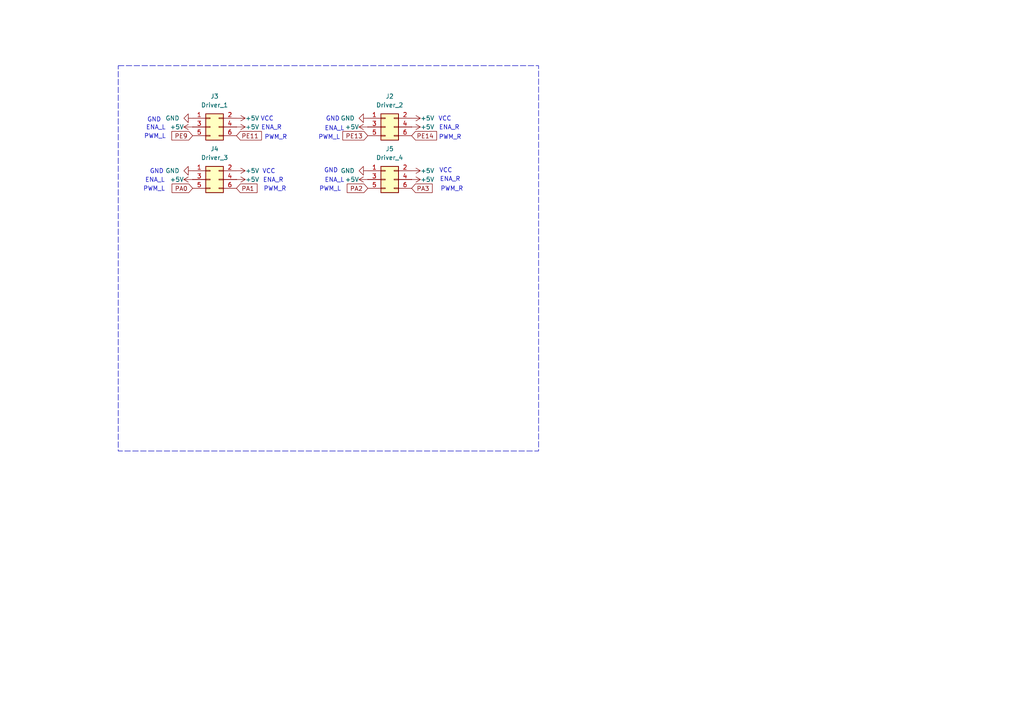
<source format=kicad_sch>
(kicad_sch (version 20231120) (generator "eeschema") (generator_version "8.0")
  (paper "A4")
  (lib_symbols
    (symbol "Connector_Generic:Conn_02x03_Odd_Even" (pin_names (offset 1.016) hide)
      (property "Reference" "J" (at 1.27 5.08 0))
      (property "Value" "Conn_02x03_Odd_Even" (at 1.27 -5.08 0))
      (symbol "Conn_02x03_Odd_Even_1_1"
        (rectangle (start -1.27 -2.413) (end 0 -2.667) (stroke (width 0.1524)))
        (rectangle (start -1.27 0.127) (end 0 -0.127) (stroke (width 0.1524)))
        (rectangle (start -1.27 2.667) (end 0 2.413) (stroke (width 0.1524)))
        (rectangle (start -1.27 3.81) (end 3.81 -3.81) (stroke (width 0.254)) (fill (type background)))
        (rectangle (start 3.81 -2.413) (end 2.54 -2.667) (stroke (width 0.1524)))
        (rectangle (start 3.81 0.127) (end 2.54 -0.127) (stroke (width 0.1524)))
        (rectangle (start 3.81 2.667) (end 2.54 2.413) (stroke (width 0.1524)))
        (pin passive line (at -5.08 2.54 0) (length 3.81) (name "Pin_1") (number "1"))
        (pin passive line (at 7.62 2.54 180) (length 3.81) (name "Pin_2") (number "2"))
        (pin passive line (at -5.08 0 0) (length 3.81) (name "Pin_3") (number "3"))
        (pin passive line (at 7.62 0 180) (length 3.81) (name "Pin_4") (number "4"))
        (pin passive line (at -5.08 -2.54 0) (length 3.81) (name "Pin_5") (number "5"))
        (pin passive line (at 7.62 -2.54 180) (length 3.81) (name "Pin_6") (number "6"))
      )
    )
    (symbol "power:+5V" (power) (pin_numbers hide) (pin_names (offset 0) hide)
      (property "Value" "+5V" (at 0 3.556 0))
      (symbol "+5V_0_1"
        (polyline (pts (xy -0.762 1.27) (xy 0 2.54)))
        (polyline (pts (xy 0 0) (xy 0 2.54)))
        (polyline (pts (xy 0 2.54) (xy 0.762 1.27)))
      )
      (symbol "+5V_1_1"
        (pin power_in line (at 0 0 90) (length 0) (name "~") (number "1"))
      )
    )
    (symbol "power:GND" (power) (pin_numbers hide) (pin_names (offset 0) hide)
      (property "Value" "GND" (at 0 -3.81 0))
      (symbol "GND_0_1"
        (polyline (pts (xy 0 0) (xy 0 -1.27) (xy 1.27 -1.27) (xy 0 -2.54) (xy -1.27 -1.27) (xy 0 -1.27)))
      )
      (symbol "GND_1_1"
        (pin power_in line (at 0 0 270) (length 0) (name "~") (number "1"))
      )
    )
  )
  (rectangle (start 34.29 19.05) (end 156.21 130.81) (stroke (width 0) (type dash)))
  (text "ENA_L\n" (at 44.958 52.324 0) (effects (font (size 1.27 1.27))))
  (text "GND" (at 44.704 34.798 0) (effects (font (size 1.27 1.27))))
  (text "PWM_L" (at 44.704 54.864 0) (effects (font (size 1.27 1.27))))
  (text "ENA_L\n" (at 45.212 37.084 0) (effects (font (size 1.27 1.27))))
  (text "ENA_R\n" (at 130.556 52.07 0) (effects (font (size 1.27 1.27))))
  (text "GND" (at 45.466 49.784 0) (effects (font (size 1.27 1.27))))
  (text "ENA_R\n" (at 79.248 52.324 0) (effects (font (size 1.27 1.27))))
  (text "ENA_L\n" (at 97.028 37.338 0) (effects (font (size 1.27 1.27))))
  (text "PWM_L" (at 44.958 39.624 0) (effects (font (size 1.27 1.27))))
  (text "VCC\n" (at 77.978 49.784 0) (effects (font (size 1.27 1.27))))
  (text "GND" (at 96.52 34.544 0) (effects (font (size 1.27 1.27))))
  (text "GND" (at 96.012 49.53 0) (effects (font (size 1.27 1.27))))
  (text "VCC\n" (at 129.032 34.544 0) (effects (font (size 1.27 1.27))))
  (text "PWM_L" (at 95.504 39.878 0) (effects (font (size 1.27 1.27))))
  (text "PWM_L" (at 95.758 54.864 0) (effects (font (size 1.27 1.27))))
  (text "PWM_R" (at 130.556 39.878 0) (effects (font (size 1.27 1.27))))
  (text "ENA_R\n" (at 78.74 37.084 0) (effects (font (size 1.27 1.27))))
  (text "ENA_L\n" (at 97.028 52.324 0) (effects (font (size 1.27 1.27))))
  (text "PWM_R" (at 79.756 54.864 0) (effects (font (size 1.27 1.27))))
  (text "VCC\n" (at 129.286 49.53 0) (effects (font (size 1.27 1.27))))
  (text "ENA_R\n" (at 130.302 37.084 0) (effects (font (size 1.27 1.27))))
  (text "PWM_R" (at 80.01 39.878 0) (effects (font (size 1.27 1.27))))
  (text "VCC\n" (at 77.47 34.544 0) (effects (font (size 1.27 1.27))))
  (text "PWM_R" (at 131.064 54.864 0) (effects (font (size 1.27 1.27))))
  (global_label "PA2" (shape input) (at 106.68 54.61 180) (property "Intersheetrefs" "${INTERSHEET_REFS}" (effects (hide yes))))
  (global_label "PA0" (shape input) (at 55.88 54.61 180) (property "Intersheetrefs" "${INTERSHEET_REFS}" (effects (hide yes))))
  (global_label "PA1" (shape input) (at 68.58 54.61 0) (property "Intersheetrefs" "${INTERSHEET_REFS}" (effects (hide yes))))
  (global_label "PE9" (shape input) (at 55.88 39.37 180) (property "Intersheetrefs" "${INTERSHEET_REFS}" (effects (hide yes))))
  (global_label "PA3" (shape input) (at 119.38 54.61 0) (property "Intersheetrefs" "${INTERSHEET_REFS}" (effects (hide yes))))
  (global_label "PE11" (shape input) (at 68.58 39.37 0) (property "Intersheetrefs" "${INTERSHEET_REFS}" (effects (hide yes))))
  (global_label "PE13" (shape input) (at 106.68 39.37 180) (property "Intersheetrefs" "${INTERSHEET_REFS}" (effects (hide yes))))
  (global_label "PE14" (shape input) (at 119.38 39.37 0) (property "Intersheetrefs" "${INTERSHEET_REFS}" (effects (hide yes))))
  (symbol (lib_id "power:GND") (at 106.68 34.29 270) (unit 1)
    (property "Reference" "#PWR053" (effects (hide yes)))
    (property "Value" "GND" (at 102.87 34.2899 90) (effects (justify right)))
    (property "Description" "Power symbol creates a global label with name \"GND\" , ground" (effects (hide yes)))
  )
  (symbol (lib_id "power:+5V") (at 68.58 52.07 270) (unit 1)
    (property "Reference" "#PWR046" (effects (hide yes)))
    (property "Value" "+5V" (at 71.12 52.07 90) (effects (justify left)))
    (property "Description" "Power symbol creates a global label with name \"+5V\"" (effects (hide yes)))
  )
  (symbol (lib_id "power:+5V") (at 119.38 34.29 270) (unit 1)
    (property "Reference" "#PWR041" (effects (hide yes)))
    (property "Value" "+5V" (at 121.92 34.29 90) (effects (justify left)))
    (property "Description" "Power symbol creates a global label with name \"+5V\"" (effects (hide yes)))
  )
  (symbol (lib_id "power:+5V") (at 106.68 52.07 90) (unit 1)
    (property "Reference" "#PWR050" (effects (hide yes)))
    (property "Value" "+5V" (at 104.14 52.07 90) (effects (justify left)))
    (property "Description" "Power symbol creates a global label with name \"+5V\"" (effects (hide yes)))
  )
  (symbol (lib_id "Connector_Generic:Conn_02x03_Odd_Even") (at 111.76 52.07 0) (unit 1)
    (property "Reference" "J5" (at 113.03 43.18 0))
    (property "Value" "Driver_4" (at 113.03 45.72 0))
    (property "Footprint" "Connector_Molex:Molex_Micro-Fit_3.0_43045-0600_2x03_P3.00mm_Horizontal" (effects (hide yes)))
    (property "Description" "Generic connector, double row, 02x03, odd/even pin numbering scheme (row 1 odd numbers, row 2 even numbers), script generated (kicad-library-utils/schlib/autogen/connector/)" (effects (hide yes)))
  )
  (symbol (lib_id "power:+5V") (at 68.58 36.83 270) (unit 1)
    (property "Reference" "#PWR040" (effects (hide yes)))
    (property "Value" "+5V" (at 71.12 36.83 90) (effects (justify left)))
    (property "Description" "Power symbol creates a global label with name \"+5V\"" (effects (hide yes)))
  )
  (symbol (lib_id "power:+5V") (at 119.38 49.53 270) (unit 1)
    (property "Reference" "#PWR043" (effects (hide yes)))
    (property "Value" "+5V" (at 121.92 49.53 90) (effects (justify left)))
    (property "Description" "Power symbol creates a global label with name \"+5V\"" (effects (hide yes)))
  )
  (symbol (lib_id "power:+5V") (at 68.58 34.29 270) (unit 1)
    (property "Reference" "#PWR039" (effects (hide yes)))
    (property "Value" "+5V" (at 71.12 34.29 90) (effects (justify left)))
    (property "Description" "Power symbol creates a global label with name \"+5V\"" (effects (hide yes)))
  )
  (symbol (lib_id "Connector_Generic:Conn_02x03_Odd_Even") (at 60.96 52.07 0) (unit 1)
    (property "Reference" "J4" (at 62.23 43.18 0))
    (property "Value" "Driver_3" (at 62.23 45.72 0))
    (property "Footprint" "Connector_Molex:Molex_Micro-Fit_3.0_43045-0600_2x03_P3.00mm_Horizontal" (effects (hide yes)))
    (property "Description" "Generic connector, double row, 02x03, odd/even pin numbering scheme (row 1 odd numbers, row 2 even numbers), script generated (kicad-library-utils/schlib/autogen/connector/)" (effects (hide yes)))
  )
  (symbol (lib_id "power:+5V") (at 55.88 36.83 90) (unit 1)
    (property "Reference" "#PWR048" (effects (hide yes)))
    (property "Value" "+5V" (at 53.34 36.83 90) (effects (justify left)))
    (property "Description" "Power symbol creates a global label with name \"+5V\"" (effects (hide yes)))
  )
  (symbol (lib_id "power:+5V") (at 119.38 36.83 270) (unit 1)
    (property "Reference" "#PWR042" (effects (hide yes)))
    (property "Value" "+5V" (at 121.92 36.83 90) (effects (justify left)))
    (property "Description" "Power symbol creates a global label with name \"+5V\"" (effects (hide yes)))
  )
  (symbol (lib_id "power:GND") (at 55.88 49.53 270) (unit 1)
    (property "Reference" "#PWR052" (effects (hide yes)))
    (property "Value" "GND" (at 52.07 49.5299 90) (effects (justify right)))
    (property "Description" "Power symbol creates a global label with name \"GND\" , ground" (effects (hide yes)))
  )
  (symbol (lib_id "power:+5V") (at 106.68 36.83 90) (unit 1)
    (property "Reference" "#PWR049" (effects (hide yes)))
    (property "Value" "+5V" (at 104.14 36.83 90) (effects (justify left)))
    (property "Description" "Power symbol creates a global label with name \"+5V\"" (effects (hide yes)))
  )
  (symbol (lib_id "power:+5V") (at 68.58 49.53 270) (unit 1)
    (property "Reference" "#PWR045" (effects (hide yes)))
    (property "Value" "+5V" (at 71.12 49.53 90) (effects (justify left)))
    (property "Description" "Power symbol creates a global label with name \"+5V\"" (effects (hide yes)))
  )
  (symbol (lib_id "power:GND") (at 106.68 49.53 270) (unit 1)
    (property "Reference" "#PWR054" (effects (hide yes)))
    (property "Value" "GND" (at 102.87 49.5299 90) (effects (justify right)))
    (property "Description" "Power symbol creates a global label with name \"GND\" , ground" (effects (hide yes)))
  )
  (symbol (lib_id "power:+5V") (at 119.38 52.07 270) (unit 1)
    (property "Reference" "#PWR044" (effects (hide yes)))
    (property "Value" "+5V" (at 121.92 52.07 90) (effects (justify left)))
    (property "Description" "Power symbol creates a global label with name \"+5V\"" (effects (hide yes)))
  )
  (symbol (lib_id "Connector_Generic:Conn_02x03_Odd_Even") (at 111.76 36.83 0) (unit 1)
    (property "Reference" "J2" (at 113.03 27.94 0))
    (property "Value" "Driver_2" (at 113.03 30.48 0))
    (property "Footprint" "Connector_Molex:Molex_Micro-Fit_3.0_43045-0600_2x03_P3.00mm_Horizontal" (effects (hide yes)))
    (property "Description" "Generic connector, double row, 02x03, odd/even pin numbering scheme (row 1 odd numbers, row 2 even numbers), script generated (kicad-library-utils/schlib/autogen/connector/)" (effects (hide yes)))
  )
  (symbol (lib_id "Connector_Generic:Conn_02x03_Odd_Even") (at 60.96 36.83 0) (unit 1)
    (property "Reference" "J3" (at 62.23 27.94 0))
    (property "Value" "Driver_1" (at 62.23 30.48 0))
    (property "Footprint" "Connector_Molex:Molex_Micro-Fit_3.0_43045-0600_2x03_P3.00mm_Horizontal" (effects (hide yes)))
    (property "Description" "Generic connector, double row, 02x03, odd/even pin numbering scheme (row 1 odd numbers, row 2 even numbers), script generated (kicad-library-utils/schlib/autogen/connector/)" (effects (hide yes)))
  )
  (symbol (lib_id "power:+5V") (at 55.88 52.07 90) (unit 1)
    (property "Reference" "#PWR047" (effects (hide yes)))
    (property "Value" "+5V" (at 53.34 52.07 90) (effects (justify left)))
    (property "Description" "Power symbol creates a global label with name \"+5V\"" (effects (hide yes)))
  )
  (symbol (lib_id "power:GND") (at 55.88 34.29 270) (unit 1)
    (property "Reference" "#PWR051" (effects (hide yes)))
    (property "Value" "GND" (at 52.07 34.2899 90) (effects (justify right)))
    (property "Description" "Power symbol creates a global label with name \"GND\" , ground" (effects (hide yes)))
  )
)
</source>
